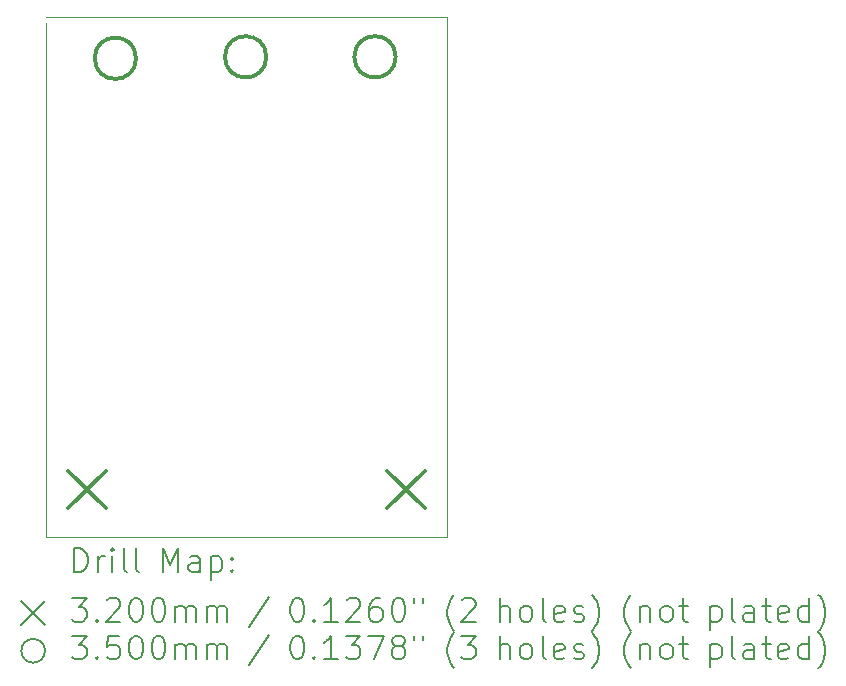
<source format=gbr>
%TF.GenerationSoftware,KiCad,Pcbnew,7.0.0-da2b9df05c~163~ubuntu20.04.1*%
%TF.CreationDate,2023-02-22T20:56:49-05:00*%
%TF.ProjectId,rgb_sw,7267625f-7377-42e6-9b69-6361645f7063,V1.0.0*%
%TF.SameCoordinates,Original*%
%TF.FileFunction,Drillmap*%
%TF.FilePolarity,Positive*%
%FSLAX45Y45*%
G04 Gerber Fmt 4.5, Leading zero omitted, Abs format (unit mm)*
G04 Created by KiCad (PCBNEW 7.0.0-da2b9df05c~163~ubuntu20.04.1) date 2023-02-22 20:56:49*
%MOMM*%
%LPD*%
G01*
G04 APERTURE LIST*
%ADD10C,0.100000*%
%ADD11C,0.200000*%
%ADD12C,0.320000*%
%ADD13C,0.350000*%
G04 APERTURE END LIST*
D10*
X13250000Y-11550000D02*
X13250000Y-7200000D01*
X16650000Y-11550000D02*
X13250000Y-11550000D01*
X16650000Y-7150000D02*
X16650000Y-11550000D01*
X13250000Y-7150000D02*
X16650000Y-7150000D01*
D11*
D12*
X13440000Y-10990000D02*
X13760000Y-11310000D01*
X13760000Y-10990000D02*
X13440000Y-11310000D01*
X16140000Y-10990000D02*
X16460000Y-11310000D01*
X16460000Y-10990000D02*
X16140000Y-11310000D01*
D13*
X14016000Y-7498000D02*
G75*
G03*
X14016000Y-7498000I-175000J0D01*
G01*
X15119000Y-7486000D02*
G75*
G03*
X15119000Y-7486000I-175000J0D01*
G01*
X16214000Y-7486000D02*
G75*
G03*
X16214000Y-7486000I-175000J0D01*
G01*
D11*
X13492619Y-11848476D02*
X13492619Y-11648476D01*
X13492619Y-11648476D02*
X13540238Y-11648476D01*
X13540238Y-11648476D02*
X13568809Y-11658000D01*
X13568809Y-11658000D02*
X13587857Y-11677048D01*
X13587857Y-11677048D02*
X13597381Y-11696095D01*
X13597381Y-11696095D02*
X13606905Y-11734190D01*
X13606905Y-11734190D02*
X13606905Y-11762762D01*
X13606905Y-11762762D02*
X13597381Y-11800857D01*
X13597381Y-11800857D02*
X13587857Y-11819905D01*
X13587857Y-11819905D02*
X13568809Y-11838952D01*
X13568809Y-11838952D02*
X13540238Y-11848476D01*
X13540238Y-11848476D02*
X13492619Y-11848476D01*
X13692619Y-11848476D02*
X13692619Y-11715143D01*
X13692619Y-11753238D02*
X13702143Y-11734190D01*
X13702143Y-11734190D02*
X13711667Y-11724667D01*
X13711667Y-11724667D02*
X13730714Y-11715143D01*
X13730714Y-11715143D02*
X13749762Y-11715143D01*
X13816428Y-11848476D02*
X13816428Y-11715143D01*
X13816428Y-11648476D02*
X13806905Y-11658000D01*
X13806905Y-11658000D02*
X13816428Y-11667524D01*
X13816428Y-11667524D02*
X13825952Y-11658000D01*
X13825952Y-11658000D02*
X13816428Y-11648476D01*
X13816428Y-11648476D02*
X13816428Y-11667524D01*
X13940238Y-11848476D02*
X13921190Y-11838952D01*
X13921190Y-11838952D02*
X13911667Y-11819905D01*
X13911667Y-11819905D02*
X13911667Y-11648476D01*
X14045000Y-11848476D02*
X14025952Y-11838952D01*
X14025952Y-11838952D02*
X14016428Y-11819905D01*
X14016428Y-11819905D02*
X14016428Y-11648476D01*
X14241190Y-11848476D02*
X14241190Y-11648476D01*
X14241190Y-11648476D02*
X14307857Y-11791333D01*
X14307857Y-11791333D02*
X14374524Y-11648476D01*
X14374524Y-11648476D02*
X14374524Y-11848476D01*
X14555476Y-11848476D02*
X14555476Y-11743714D01*
X14555476Y-11743714D02*
X14545952Y-11724667D01*
X14545952Y-11724667D02*
X14526905Y-11715143D01*
X14526905Y-11715143D02*
X14488809Y-11715143D01*
X14488809Y-11715143D02*
X14469762Y-11724667D01*
X14555476Y-11838952D02*
X14536428Y-11848476D01*
X14536428Y-11848476D02*
X14488809Y-11848476D01*
X14488809Y-11848476D02*
X14469762Y-11838952D01*
X14469762Y-11838952D02*
X14460238Y-11819905D01*
X14460238Y-11819905D02*
X14460238Y-11800857D01*
X14460238Y-11800857D02*
X14469762Y-11781809D01*
X14469762Y-11781809D02*
X14488809Y-11772286D01*
X14488809Y-11772286D02*
X14536428Y-11772286D01*
X14536428Y-11772286D02*
X14555476Y-11762762D01*
X14650714Y-11715143D02*
X14650714Y-11915143D01*
X14650714Y-11724667D02*
X14669762Y-11715143D01*
X14669762Y-11715143D02*
X14707857Y-11715143D01*
X14707857Y-11715143D02*
X14726905Y-11724667D01*
X14726905Y-11724667D02*
X14736428Y-11734190D01*
X14736428Y-11734190D02*
X14745952Y-11753238D01*
X14745952Y-11753238D02*
X14745952Y-11810381D01*
X14745952Y-11810381D02*
X14736428Y-11829428D01*
X14736428Y-11829428D02*
X14726905Y-11838952D01*
X14726905Y-11838952D02*
X14707857Y-11848476D01*
X14707857Y-11848476D02*
X14669762Y-11848476D01*
X14669762Y-11848476D02*
X14650714Y-11838952D01*
X14831667Y-11829428D02*
X14841190Y-11838952D01*
X14841190Y-11838952D02*
X14831667Y-11848476D01*
X14831667Y-11848476D02*
X14822143Y-11838952D01*
X14822143Y-11838952D02*
X14831667Y-11829428D01*
X14831667Y-11829428D02*
X14831667Y-11848476D01*
X14831667Y-11724667D02*
X14841190Y-11734190D01*
X14841190Y-11734190D02*
X14831667Y-11743714D01*
X14831667Y-11743714D02*
X14822143Y-11734190D01*
X14822143Y-11734190D02*
X14831667Y-11724667D01*
X14831667Y-11724667D02*
X14831667Y-11743714D01*
X13045000Y-12095000D02*
X13245000Y-12295000D01*
X13245000Y-12095000D02*
X13045000Y-12295000D01*
X13473571Y-12068476D02*
X13597381Y-12068476D01*
X13597381Y-12068476D02*
X13530714Y-12144667D01*
X13530714Y-12144667D02*
X13559286Y-12144667D01*
X13559286Y-12144667D02*
X13578333Y-12154190D01*
X13578333Y-12154190D02*
X13587857Y-12163714D01*
X13587857Y-12163714D02*
X13597381Y-12182762D01*
X13597381Y-12182762D02*
X13597381Y-12230381D01*
X13597381Y-12230381D02*
X13587857Y-12249428D01*
X13587857Y-12249428D02*
X13578333Y-12258952D01*
X13578333Y-12258952D02*
X13559286Y-12268476D01*
X13559286Y-12268476D02*
X13502143Y-12268476D01*
X13502143Y-12268476D02*
X13483095Y-12258952D01*
X13483095Y-12258952D02*
X13473571Y-12249428D01*
X13683095Y-12249428D02*
X13692619Y-12258952D01*
X13692619Y-12258952D02*
X13683095Y-12268476D01*
X13683095Y-12268476D02*
X13673571Y-12258952D01*
X13673571Y-12258952D02*
X13683095Y-12249428D01*
X13683095Y-12249428D02*
X13683095Y-12268476D01*
X13768809Y-12087524D02*
X13778333Y-12078000D01*
X13778333Y-12078000D02*
X13797381Y-12068476D01*
X13797381Y-12068476D02*
X13845000Y-12068476D01*
X13845000Y-12068476D02*
X13864048Y-12078000D01*
X13864048Y-12078000D02*
X13873571Y-12087524D01*
X13873571Y-12087524D02*
X13883095Y-12106571D01*
X13883095Y-12106571D02*
X13883095Y-12125619D01*
X13883095Y-12125619D02*
X13873571Y-12154190D01*
X13873571Y-12154190D02*
X13759286Y-12268476D01*
X13759286Y-12268476D02*
X13883095Y-12268476D01*
X14006905Y-12068476D02*
X14025952Y-12068476D01*
X14025952Y-12068476D02*
X14045000Y-12078000D01*
X14045000Y-12078000D02*
X14054524Y-12087524D01*
X14054524Y-12087524D02*
X14064048Y-12106571D01*
X14064048Y-12106571D02*
X14073571Y-12144667D01*
X14073571Y-12144667D02*
X14073571Y-12192286D01*
X14073571Y-12192286D02*
X14064048Y-12230381D01*
X14064048Y-12230381D02*
X14054524Y-12249428D01*
X14054524Y-12249428D02*
X14045000Y-12258952D01*
X14045000Y-12258952D02*
X14025952Y-12268476D01*
X14025952Y-12268476D02*
X14006905Y-12268476D01*
X14006905Y-12268476D02*
X13987857Y-12258952D01*
X13987857Y-12258952D02*
X13978333Y-12249428D01*
X13978333Y-12249428D02*
X13968809Y-12230381D01*
X13968809Y-12230381D02*
X13959286Y-12192286D01*
X13959286Y-12192286D02*
X13959286Y-12144667D01*
X13959286Y-12144667D02*
X13968809Y-12106571D01*
X13968809Y-12106571D02*
X13978333Y-12087524D01*
X13978333Y-12087524D02*
X13987857Y-12078000D01*
X13987857Y-12078000D02*
X14006905Y-12068476D01*
X14197381Y-12068476D02*
X14216429Y-12068476D01*
X14216429Y-12068476D02*
X14235476Y-12078000D01*
X14235476Y-12078000D02*
X14245000Y-12087524D01*
X14245000Y-12087524D02*
X14254524Y-12106571D01*
X14254524Y-12106571D02*
X14264048Y-12144667D01*
X14264048Y-12144667D02*
X14264048Y-12192286D01*
X14264048Y-12192286D02*
X14254524Y-12230381D01*
X14254524Y-12230381D02*
X14245000Y-12249428D01*
X14245000Y-12249428D02*
X14235476Y-12258952D01*
X14235476Y-12258952D02*
X14216429Y-12268476D01*
X14216429Y-12268476D02*
X14197381Y-12268476D01*
X14197381Y-12268476D02*
X14178333Y-12258952D01*
X14178333Y-12258952D02*
X14168809Y-12249428D01*
X14168809Y-12249428D02*
X14159286Y-12230381D01*
X14159286Y-12230381D02*
X14149762Y-12192286D01*
X14149762Y-12192286D02*
X14149762Y-12144667D01*
X14149762Y-12144667D02*
X14159286Y-12106571D01*
X14159286Y-12106571D02*
X14168809Y-12087524D01*
X14168809Y-12087524D02*
X14178333Y-12078000D01*
X14178333Y-12078000D02*
X14197381Y-12068476D01*
X14349762Y-12268476D02*
X14349762Y-12135143D01*
X14349762Y-12154190D02*
X14359286Y-12144667D01*
X14359286Y-12144667D02*
X14378333Y-12135143D01*
X14378333Y-12135143D02*
X14406905Y-12135143D01*
X14406905Y-12135143D02*
X14425952Y-12144667D01*
X14425952Y-12144667D02*
X14435476Y-12163714D01*
X14435476Y-12163714D02*
X14435476Y-12268476D01*
X14435476Y-12163714D02*
X14445000Y-12144667D01*
X14445000Y-12144667D02*
X14464048Y-12135143D01*
X14464048Y-12135143D02*
X14492619Y-12135143D01*
X14492619Y-12135143D02*
X14511667Y-12144667D01*
X14511667Y-12144667D02*
X14521190Y-12163714D01*
X14521190Y-12163714D02*
X14521190Y-12268476D01*
X14616429Y-12268476D02*
X14616429Y-12135143D01*
X14616429Y-12154190D02*
X14625952Y-12144667D01*
X14625952Y-12144667D02*
X14645000Y-12135143D01*
X14645000Y-12135143D02*
X14673571Y-12135143D01*
X14673571Y-12135143D02*
X14692619Y-12144667D01*
X14692619Y-12144667D02*
X14702143Y-12163714D01*
X14702143Y-12163714D02*
X14702143Y-12268476D01*
X14702143Y-12163714D02*
X14711667Y-12144667D01*
X14711667Y-12144667D02*
X14730714Y-12135143D01*
X14730714Y-12135143D02*
X14759286Y-12135143D01*
X14759286Y-12135143D02*
X14778333Y-12144667D01*
X14778333Y-12144667D02*
X14787857Y-12163714D01*
X14787857Y-12163714D02*
X14787857Y-12268476D01*
X15145952Y-12058952D02*
X14974524Y-12316095D01*
X15370714Y-12068476D02*
X15389762Y-12068476D01*
X15389762Y-12068476D02*
X15408810Y-12078000D01*
X15408810Y-12078000D02*
X15418333Y-12087524D01*
X15418333Y-12087524D02*
X15427857Y-12106571D01*
X15427857Y-12106571D02*
X15437381Y-12144667D01*
X15437381Y-12144667D02*
X15437381Y-12192286D01*
X15437381Y-12192286D02*
X15427857Y-12230381D01*
X15427857Y-12230381D02*
X15418333Y-12249428D01*
X15418333Y-12249428D02*
X15408810Y-12258952D01*
X15408810Y-12258952D02*
X15389762Y-12268476D01*
X15389762Y-12268476D02*
X15370714Y-12268476D01*
X15370714Y-12268476D02*
X15351667Y-12258952D01*
X15351667Y-12258952D02*
X15342143Y-12249428D01*
X15342143Y-12249428D02*
X15332619Y-12230381D01*
X15332619Y-12230381D02*
X15323095Y-12192286D01*
X15323095Y-12192286D02*
X15323095Y-12144667D01*
X15323095Y-12144667D02*
X15332619Y-12106571D01*
X15332619Y-12106571D02*
X15342143Y-12087524D01*
X15342143Y-12087524D02*
X15351667Y-12078000D01*
X15351667Y-12078000D02*
X15370714Y-12068476D01*
X15523095Y-12249428D02*
X15532619Y-12258952D01*
X15532619Y-12258952D02*
X15523095Y-12268476D01*
X15523095Y-12268476D02*
X15513571Y-12258952D01*
X15513571Y-12258952D02*
X15523095Y-12249428D01*
X15523095Y-12249428D02*
X15523095Y-12268476D01*
X15723095Y-12268476D02*
X15608810Y-12268476D01*
X15665952Y-12268476D02*
X15665952Y-12068476D01*
X15665952Y-12068476D02*
X15646905Y-12097048D01*
X15646905Y-12097048D02*
X15627857Y-12116095D01*
X15627857Y-12116095D02*
X15608810Y-12125619D01*
X15799286Y-12087524D02*
X15808810Y-12078000D01*
X15808810Y-12078000D02*
X15827857Y-12068476D01*
X15827857Y-12068476D02*
X15875476Y-12068476D01*
X15875476Y-12068476D02*
X15894524Y-12078000D01*
X15894524Y-12078000D02*
X15904048Y-12087524D01*
X15904048Y-12087524D02*
X15913571Y-12106571D01*
X15913571Y-12106571D02*
X15913571Y-12125619D01*
X15913571Y-12125619D02*
X15904048Y-12154190D01*
X15904048Y-12154190D02*
X15789762Y-12268476D01*
X15789762Y-12268476D02*
X15913571Y-12268476D01*
X16085000Y-12068476D02*
X16046905Y-12068476D01*
X16046905Y-12068476D02*
X16027857Y-12078000D01*
X16027857Y-12078000D02*
X16018333Y-12087524D01*
X16018333Y-12087524D02*
X15999286Y-12116095D01*
X15999286Y-12116095D02*
X15989762Y-12154190D01*
X15989762Y-12154190D02*
X15989762Y-12230381D01*
X15989762Y-12230381D02*
X15999286Y-12249428D01*
X15999286Y-12249428D02*
X16008810Y-12258952D01*
X16008810Y-12258952D02*
X16027857Y-12268476D01*
X16027857Y-12268476D02*
X16065952Y-12268476D01*
X16065952Y-12268476D02*
X16085000Y-12258952D01*
X16085000Y-12258952D02*
X16094524Y-12249428D01*
X16094524Y-12249428D02*
X16104048Y-12230381D01*
X16104048Y-12230381D02*
X16104048Y-12182762D01*
X16104048Y-12182762D02*
X16094524Y-12163714D01*
X16094524Y-12163714D02*
X16085000Y-12154190D01*
X16085000Y-12154190D02*
X16065952Y-12144667D01*
X16065952Y-12144667D02*
X16027857Y-12144667D01*
X16027857Y-12144667D02*
X16008810Y-12154190D01*
X16008810Y-12154190D02*
X15999286Y-12163714D01*
X15999286Y-12163714D02*
X15989762Y-12182762D01*
X16227857Y-12068476D02*
X16246905Y-12068476D01*
X16246905Y-12068476D02*
X16265952Y-12078000D01*
X16265952Y-12078000D02*
X16275476Y-12087524D01*
X16275476Y-12087524D02*
X16285000Y-12106571D01*
X16285000Y-12106571D02*
X16294524Y-12144667D01*
X16294524Y-12144667D02*
X16294524Y-12192286D01*
X16294524Y-12192286D02*
X16285000Y-12230381D01*
X16285000Y-12230381D02*
X16275476Y-12249428D01*
X16275476Y-12249428D02*
X16265952Y-12258952D01*
X16265952Y-12258952D02*
X16246905Y-12268476D01*
X16246905Y-12268476D02*
X16227857Y-12268476D01*
X16227857Y-12268476D02*
X16208810Y-12258952D01*
X16208810Y-12258952D02*
X16199286Y-12249428D01*
X16199286Y-12249428D02*
X16189762Y-12230381D01*
X16189762Y-12230381D02*
X16180238Y-12192286D01*
X16180238Y-12192286D02*
X16180238Y-12144667D01*
X16180238Y-12144667D02*
X16189762Y-12106571D01*
X16189762Y-12106571D02*
X16199286Y-12087524D01*
X16199286Y-12087524D02*
X16208810Y-12078000D01*
X16208810Y-12078000D02*
X16227857Y-12068476D01*
X16370714Y-12068476D02*
X16370714Y-12106571D01*
X16446905Y-12068476D02*
X16446905Y-12106571D01*
X16709762Y-12344667D02*
X16700238Y-12335143D01*
X16700238Y-12335143D02*
X16681191Y-12306571D01*
X16681191Y-12306571D02*
X16671667Y-12287524D01*
X16671667Y-12287524D02*
X16662143Y-12258952D01*
X16662143Y-12258952D02*
X16652619Y-12211333D01*
X16652619Y-12211333D02*
X16652619Y-12173238D01*
X16652619Y-12173238D02*
X16662143Y-12125619D01*
X16662143Y-12125619D02*
X16671667Y-12097048D01*
X16671667Y-12097048D02*
X16681191Y-12078000D01*
X16681191Y-12078000D02*
X16700238Y-12049428D01*
X16700238Y-12049428D02*
X16709762Y-12039905D01*
X16776429Y-12087524D02*
X16785953Y-12078000D01*
X16785953Y-12078000D02*
X16805000Y-12068476D01*
X16805000Y-12068476D02*
X16852619Y-12068476D01*
X16852619Y-12068476D02*
X16871667Y-12078000D01*
X16871667Y-12078000D02*
X16881191Y-12087524D01*
X16881191Y-12087524D02*
X16890714Y-12106571D01*
X16890714Y-12106571D02*
X16890714Y-12125619D01*
X16890714Y-12125619D02*
X16881191Y-12154190D01*
X16881191Y-12154190D02*
X16766905Y-12268476D01*
X16766905Y-12268476D02*
X16890714Y-12268476D01*
X17096429Y-12268476D02*
X17096429Y-12068476D01*
X17182143Y-12268476D02*
X17182143Y-12163714D01*
X17182143Y-12163714D02*
X17172619Y-12144667D01*
X17172619Y-12144667D02*
X17153572Y-12135143D01*
X17153572Y-12135143D02*
X17125000Y-12135143D01*
X17125000Y-12135143D02*
X17105953Y-12144667D01*
X17105953Y-12144667D02*
X17096429Y-12154190D01*
X17305953Y-12268476D02*
X17286905Y-12258952D01*
X17286905Y-12258952D02*
X17277381Y-12249428D01*
X17277381Y-12249428D02*
X17267857Y-12230381D01*
X17267857Y-12230381D02*
X17267857Y-12173238D01*
X17267857Y-12173238D02*
X17277381Y-12154190D01*
X17277381Y-12154190D02*
X17286905Y-12144667D01*
X17286905Y-12144667D02*
X17305953Y-12135143D01*
X17305953Y-12135143D02*
X17334524Y-12135143D01*
X17334524Y-12135143D02*
X17353572Y-12144667D01*
X17353572Y-12144667D02*
X17363095Y-12154190D01*
X17363095Y-12154190D02*
X17372619Y-12173238D01*
X17372619Y-12173238D02*
X17372619Y-12230381D01*
X17372619Y-12230381D02*
X17363095Y-12249428D01*
X17363095Y-12249428D02*
X17353572Y-12258952D01*
X17353572Y-12258952D02*
X17334524Y-12268476D01*
X17334524Y-12268476D02*
X17305953Y-12268476D01*
X17486905Y-12268476D02*
X17467857Y-12258952D01*
X17467857Y-12258952D02*
X17458334Y-12239905D01*
X17458334Y-12239905D02*
X17458334Y-12068476D01*
X17639286Y-12258952D02*
X17620238Y-12268476D01*
X17620238Y-12268476D02*
X17582143Y-12268476D01*
X17582143Y-12268476D02*
X17563095Y-12258952D01*
X17563095Y-12258952D02*
X17553572Y-12239905D01*
X17553572Y-12239905D02*
X17553572Y-12163714D01*
X17553572Y-12163714D02*
X17563095Y-12144667D01*
X17563095Y-12144667D02*
X17582143Y-12135143D01*
X17582143Y-12135143D02*
X17620238Y-12135143D01*
X17620238Y-12135143D02*
X17639286Y-12144667D01*
X17639286Y-12144667D02*
X17648810Y-12163714D01*
X17648810Y-12163714D02*
X17648810Y-12182762D01*
X17648810Y-12182762D02*
X17553572Y-12201809D01*
X17725000Y-12258952D02*
X17744048Y-12268476D01*
X17744048Y-12268476D02*
X17782143Y-12268476D01*
X17782143Y-12268476D02*
X17801191Y-12258952D01*
X17801191Y-12258952D02*
X17810715Y-12239905D01*
X17810715Y-12239905D02*
X17810715Y-12230381D01*
X17810715Y-12230381D02*
X17801191Y-12211333D01*
X17801191Y-12211333D02*
X17782143Y-12201809D01*
X17782143Y-12201809D02*
X17753572Y-12201809D01*
X17753572Y-12201809D02*
X17734524Y-12192286D01*
X17734524Y-12192286D02*
X17725000Y-12173238D01*
X17725000Y-12173238D02*
X17725000Y-12163714D01*
X17725000Y-12163714D02*
X17734524Y-12144667D01*
X17734524Y-12144667D02*
X17753572Y-12135143D01*
X17753572Y-12135143D02*
X17782143Y-12135143D01*
X17782143Y-12135143D02*
X17801191Y-12144667D01*
X17877381Y-12344667D02*
X17886905Y-12335143D01*
X17886905Y-12335143D02*
X17905953Y-12306571D01*
X17905953Y-12306571D02*
X17915476Y-12287524D01*
X17915476Y-12287524D02*
X17925000Y-12258952D01*
X17925000Y-12258952D02*
X17934524Y-12211333D01*
X17934524Y-12211333D02*
X17934524Y-12173238D01*
X17934524Y-12173238D02*
X17925000Y-12125619D01*
X17925000Y-12125619D02*
X17915476Y-12097048D01*
X17915476Y-12097048D02*
X17905953Y-12078000D01*
X17905953Y-12078000D02*
X17886905Y-12049428D01*
X17886905Y-12049428D02*
X17877381Y-12039905D01*
X18206905Y-12344667D02*
X18197381Y-12335143D01*
X18197381Y-12335143D02*
X18178334Y-12306571D01*
X18178334Y-12306571D02*
X18168810Y-12287524D01*
X18168810Y-12287524D02*
X18159286Y-12258952D01*
X18159286Y-12258952D02*
X18149762Y-12211333D01*
X18149762Y-12211333D02*
X18149762Y-12173238D01*
X18149762Y-12173238D02*
X18159286Y-12125619D01*
X18159286Y-12125619D02*
X18168810Y-12097048D01*
X18168810Y-12097048D02*
X18178334Y-12078000D01*
X18178334Y-12078000D02*
X18197381Y-12049428D01*
X18197381Y-12049428D02*
X18206905Y-12039905D01*
X18283095Y-12135143D02*
X18283095Y-12268476D01*
X18283095Y-12154190D02*
X18292619Y-12144667D01*
X18292619Y-12144667D02*
X18311667Y-12135143D01*
X18311667Y-12135143D02*
X18340238Y-12135143D01*
X18340238Y-12135143D02*
X18359286Y-12144667D01*
X18359286Y-12144667D02*
X18368810Y-12163714D01*
X18368810Y-12163714D02*
X18368810Y-12268476D01*
X18492619Y-12268476D02*
X18473572Y-12258952D01*
X18473572Y-12258952D02*
X18464048Y-12249428D01*
X18464048Y-12249428D02*
X18454524Y-12230381D01*
X18454524Y-12230381D02*
X18454524Y-12173238D01*
X18454524Y-12173238D02*
X18464048Y-12154190D01*
X18464048Y-12154190D02*
X18473572Y-12144667D01*
X18473572Y-12144667D02*
X18492619Y-12135143D01*
X18492619Y-12135143D02*
X18521191Y-12135143D01*
X18521191Y-12135143D02*
X18540238Y-12144667D01*
X18540238Y-12144667D02*
X18549762Y-12154190D01*
X18549762Y-12154190D02*
X18559286Y-12173238D01*
X18559286Y-12173238D02*
X18559286Y-12230381D01*
X18559286Y-12230381D02*
X18549762Y-12249428D01*
X18549762Y-12249428D02*
X18540238Y-12258952D01*
X18540238Y-12258952D02*
X18521191Y-12268476D01*
X18521191Y-12268476D02*
X18492619Y-12268476D01*
X18616429Y-12135143D02*
X18692619Y-12135143D01*
X18645000Y-12068476D02*
X18645000Y-12239905D01*
X18645000Y-12239905D02*
X18654524Y-12258952D01*
X18654524Y-12258952D02*
X18673572Y-12268476D01*
X18673572Y-12268476D02*
X18692619Y-12268476D01*
X18879286Y-12135143D02*
X18879286Y-12335143D01*
X18879286Y-12144667D02*
X18898334Y-12135143D01*
X18898334Y-12135143D02*
X18936429Y-12135143D01*
X18936429Y-12135143D02*
X18955476Y-12144667D01*
X18955476Y-12144667D02*
X18965000Y-12154190D01*
X18965000Y-12154190D02*
X18974524Y-12173238D01*
X18974524Y-12173238D02*
X18974524Y-12230381D01*
X18974524Y-12230381D02*
X18965000Y-12249428D01*
X18965000Y-12249428D02*
X18955476Y-12258952D01*
X18955476Y-12258952D02*
X18936429Y-12268476D01*
X18936429Y-12268476D02*
X18898334Y-12268476D01*
X18898334Y-12268476D02*
X18879286Y-12258952D01*
X19088810Y-12268476D02*
X19069762Y-12258952D01*
X19069762Y-12258952D02*
X19060238Y-12239905D01*
X19060238Y-12239905D02*
X19060238Y-12068476D01*
X19250715Y-12268476D02*
X19250715Y-12163714D01*
X19250715Y-12163714D02*
X19241191Y-12144667D01*
X19241191Y-12144667D02*
X19222143Y-12135143D01*
X19222143Y-12135143D02*
X19184048Y-12135143D01*
X19184048Y-12135143D02*
X19165000Y-12144667D01*
X19250715Y-12258952D02*
X19231667Y-12268476D01*
X19231667Y-12268476D02*
X19184048Y-12268476D01*
X19184048Y-12268476D02*
X19165000Y-12258952D01*
X19165000Y-12258952D02*
X19155476Y-12239905D01*
X19155476Y-12239905D02*
X19155476Y-12220857D01*
X19155476Y-12220857D02*
X19165000Y-12201809D01*
X19165000Y-12201809D02*
X19184048Y-12192286D01*
X19184048Y-12192286D02*
X19231667Y-12192286D01*
X19231667Y-12192286D02*
X19250715Y-12182762D01*
X19317381Y-12135143D02*
X19393572Y-12135143D01*
X19345953Y-12068476D02*
X19345953Y-12239905D01*
X19345953Y-12239905D02*
X19355476Y-12258952D01*
X19355476Y-12258952D02*
X19374524Y-12268476D01*
X19374524Y-12268476D02*
X19393572Y-12268476D01*
X19536429Y-12258952D02*
X19517381Y-12268476D01*
X19517381Y-12268476D02*
X19479286Y-12268476D01*
X19479286Y-12268476D02*
X19460238Y-12258952D01*
X19460238Y-12258952D02*
X19450715Y-12239905D01*
X19450715Y-12239905D02*
X19450715Y-12163714D01*
X19450715Y-12163714D02*
X19460238Y-12144667D01*
X19460238Y-12144667D02*
X19479286Y-12135143D01*
X19479286Y-12135143D02*
X19517381Y-12135143D01*
X19517381Y-12135143D02*
X19536429Y-12144667D01*
X19536429Y-12144667D02*
X19545953Y-12163714D01*
X19545953Y-12163714D02*
X19545953Y-12182762D01*
X19545953Y-12182762D02*
X19450715Y-12201809D01*
X19717381Y-12268476D02*
X19717381Y-12068476D01*
X19717381Y-12258952D02*
X19698334Y-12268476D01*
X19698334Y-12268476D02*
X19660238Y-12268476D01*
X19660238Y-12268476D02*
X19641191Y-12258952D01*
X19641191Y-12258952D02*
X19631667Y-12249428D01*
X19631667Y-12249428D02*
X19622143Y-12230381D01*
X19622143Y-12230381D02*
X19622143Y-12173238D01*
X19622143Y-12173238D02*
X19631667Y-12154190D01*
X19631667Y-12154190D02*
X19641191Y-12144667D01*
X19641191Y-12144667D02*
X19660238Y-12135143D01*
X19660238Y-12135143D02*
X19698334Y-12135143D01*
X19698334Y-12135143D02*
X19717381Y-12144667D01*
X19793572Y-12344667D02*
X19803096Y-12335143D01*
X19803096Y-12335143D02*
X19822143Y-12306571D01*
X19822143Y-12306571D02*
X19831667Y-12287524D01*
X19831667Y-12287524D02*
X19841191Y-12258952D01*
X19841191Y-12258952D02*
X19850715Y-12211333D01*
X19850715Y-12211333D02*
X19850715Y-12173238D01*
X19850715Y-12173238D02*
X19841191Y-12125619D01*
X19841191Y-12125619D02*
X19831667Y-12097048D01*
X19831667Y-12097048D02*
X19822143Y-12078000D01*
X19822143Y-12078000D02*
X19803096Y-12049428D01*
X19803096Y-12049428D02*
X19793572Y-12039905D01*
X13245000Y-12515000D02*
G75*
G03*
X13245000Y-12515000I-100000J0D01*
G01*
X13473571Y-12388476D02*
X13597381Y-12388476D01*
X13597381Y-12388476D02*
X13530714Y-12464667D01*
X13530714Y-12464667D02*
X13559286Y-12464667D01*
X13559286Y-12464667D02*
X13578333Y-12474190D01*
X13578333Y-12474190D02*
X13587857Y-12483714D01*
X13587857Y-12483714D02*
X13597381Y-12502762D01*
X13597381Y-12502762D02*
X13597381Y-12550381D01*
X13597381Y-12550381D02*
X13587857Y-12569428D01*
X13587857Y-12569428D02*
X13578333Y-12578952D01*
X13578333Y-12578952D02*
X13559286Y-12588476D01*
X13559286Y-12588476D02*
X13502143Y-12588476D01*
X13502143Y-12588476D02*
X13483095Y-12578952D01*
X13483095Y-12578952D02*
X13473571Y-12569428D01*
X13683095Y-12569428D02*
X13692619Y-12578952D01*
X13692619Y-12578952D02*
X13683095Y-12588476D01*
X13683095Y-12588476D02*
X13673571Y-12578952D01*
X13673571Y-12578952D02*
X13683095Y-12569428D01*
X13683095Y-12569428D02*
X13683095Y-12588476D01*
X13873571Y-12388476D02*
X13778333Y-12388476D01*
X13778333Y-12388476D02*
X13768809Y-12483714D01*
X13768809Y-12483714D02*
X13778333Y-12474190D01*
X13778333Y-12474190D02*
X13797381Y-12464667D01*
X13797381Y-12464667D02*
X13845000Y-12464667D01*
X13845000Y-12464667D02*
X13864048Y-12474190D01*
X13864048Y-12474190D02*
X13873571Y-12483714D01*
X13873571Y-12483714D02*
X13883095Y-12502762D01*
X13883095Y-12502762D02*
X13883095Y-12550381D01*
X13883095Y-12550381D02*
X13873571Y-12569428D01*
X13873571Y-12569428D02*
X13864048Y-12578952D01*
X13864048Y-12578952D02*
X13845000Y-12588476D01*
X13845000Y-12588476D02*
X13797381Y-12588476D01*
X13797381Y-12588476D02*
X13778333Y-12578952D01*
X13778333Y-12578952D02*
X13768809Y-12569428D01*
X14006905Y-12388476D02*
X14025952Y-12388476D01*
X14025952Y-12388476D02*
X14045000Y-12398000D01*
X14045000Y-12398000D02*
X14054524Y-12407524D01*
X14054524Y-12407524D02*
X14064048Y-12426571D01*
X14064048Y-12426571D02*
X14073571Y-12464667D01*
X14073571Y-12464667D02*
X14073571Y-12512286D01*
X14073571Y-12512286D02*
X14064048Y-12550381D01*
X14064048Y-12550381D02*
X14054524Y-12569428D01*
X14054524Y-12569428D02*
X14045000Y-12578952D01*
X14045000Y-12578952D02*
X14025952Y-12588476D01*
X14025952Y-12588476D02*
X14006905Y-12588476D01*
X14006905Y-12588476D02*
X13987857Y-12578952D01*
X13987857Y-12578952D02*
X13978333Y-12569428D01*
X13978333Y-12569428D02*
X13968809Y-12550381D01*
X13968809Y-12550381D02*
X13959286Y-12512286D01*
X13959286Y-12512286D02*
X13959286Y-12464667D01*
X13959286Y-12464667D02*
X13968809Y-12426571D01*
X13968809Y-12426571D02*
X13978333Y-12407524D01*
X13978333Y-12407524D02*
X13987857Y-12398000D01*
X13987857Y-12398000D02*
X14006905Y-12388476D01*
X14197381Y-12388476D02*
X14216429Y-12388476D01*
X14216429Y-12388476D02*
X14235476Y-12398000D01*
X14235476Y-12398000D02*
X14245000Y-12407524D01*
X14245000Y-12407524D02*
X14254524Y-12426571D01*
X14254524Y-12426571D02*
X14264048Y-12464667D01*
X14264048Y-12464667D02*
X14264048Y-12512286D01*
X14264048Y-12512286D02*
X14254524Y-12550381D01*
X14254524Y-12550381D02*
X14245000Y-12569428D01*
X14245000Y-12569428D02*
X14235476Y-12578952D01*
X14235476Y-12578952D02*
X14216429Y-12588476D01*
X14216429Y-12588476D02*
X14197381Y-12588476D01*
X14197381Y-12588476D02*
X14178333Y-12578952D01*
X14178333Y-12578952D02*
X14168809Y-12569428D01*
X14168809Y-12569428D02*
X14159286Y-12550381D01*
X14159286Y-12550381D02*
X14149762Y-12512286D01*
X14149762Y-12512286D02*
X14149762Y-12464667D01*
X14149762Y-12464667D02*
X14159286Y-12426571D01*
X14159286Y-12426571D02*
X14168809Y-12407524D01*
X14168809Y-12407524D02*
X14178333Y-12398000D01*
X14178333Y-12398000D02*
X14197381Y-12388476D01*
X14349762Y-12588476D02*
X14349762Y-12455143D01*
X14349762Y-12474190D02*
X14359286Y-12464667D01*
X14359286Y-12464667D02*
X14378333Y-12455143D01*
X14378333Y-12455143D02*
X14406905Y-12455143D01*
X14406905Y-12455143D02*
X14425952Y-12464667D01*
X14425952Y-12464667D02*
X14435476Y-12483714D01*
X14435476Y-12483714D02*
X14435476Y-12588476D01*
X14435476Y-12483714D02*
X14445000Y-12464667D01*
X14445000Y-12464667D02*
X14464048Y-12455143D01*
X14464048Y-12455143D02*
X14492619Y-12455143D01*
X14492619Y-12455143D02*
X14511667Y-12464667D01*
X14511667Y-12464667D02*
X14521190Y-12483714D01*
X14521190Y-12483714D02*
X14521190Y-12588476D01*
X14616429Y-12588476D02*
X14616429Y-12455143D01*
X14616429Y-12474190D02*
X14625952Y-12464667D01*
X14625952Y-12464667D02*
X14645000Y-12455143D01*
X14645000Y-12455143D02*
X14673571Y-12455143D01*
X14673571Y-12455143D02*
X14692619Y-12464667D01*
X14692619Y-12464667D02*
X14702143Y-12483714D01*
X14702143Y-12483714D02*
X14702143Y-12588476D01*
X14702143Y-12483714D02*
X14711667Y-12464667D01*
X14711667Y-12464667D02*
X14730714Y-12455143D01*
X14730714Y-12455143D02*
X14759286Y-12455143D01*
X14759286Y-12455143D02*
X14778333Y-12464667D01*
X14778333Y-12464667D02*
X14787857Y-12483714D01*
X14787857Y-12483714D02*
X14787857Y-12588476D01*
X15145952Y-12378952D02*
X14974524Y-12636095D01*
X15370714Y-12388476D02*
X15389762Y-12388476D01*
X15389762Y-12388476D02*
X15408810Y-12398000D01*
X15408810Y-12398000D02*
X15418333Y-12407524D01*
X15418333Y-12407524D02*
X15427857Y-12426571D01*
X15427857Y-12426571D02*
X15437381Y-12464667D01*
X15437381Y-12464667D02*
X15437381Y-12512286D01*
X15437381Y-12512286D02*
X15427857Y-12550381D01*
X15427857Y-12550381D02*
X15418333Y-12569428D01*
X15418333Y-12569428D02*
X15408810Y-12578952D01*
X15408810Y-12578952D02*
X15389762Y-12588476D01*
X15389762Y-12588476D02*
X15370714Y-12588476D01*
X15370714Y-12588476D02*
X15351667Y-12578952D01*
X15351667Y-12578952D02*
X15342143Y-12569428D01*
X15342143Y-12569428D02*
X15332619Y-12550381D01*
X15332619Y-12550381D02*
X15323095Y-12512286D01*
X15323095Y-12512286D02*
X15323095Y-12464667D01*
X15323095Y-12464667D02*
X15332619Y-12426571D01*
X15332619Y-12426571D02*
X15342143Y-12407524D01*
X15342143Y-12407524D02*
X15351667Y-12398000D01*
X15351667Y-12398000D02*
X15370714Y-12388476D01*
X15523095Y-12569428D02*
X15532619Y-12578952D01*
X15532619Y-12578952D02*
X15523095Y-12588476D01*
X15523095Y-12588476D02*
X15513571Y-12578952D01*
X15513571Y-12578952D02*
X15523095Y-12569428D01*
X15523095Y-12569428D02*
X15523095Y-12588476D01*
X15723095Y-12588476D02*
X15608810Y-12588476D01*
X15665952Y-12588476D02*
X15665952Y-12388476D01*
X15665952Y-12388476D02*
X15646905Y-12417048D01*
X15646905Y-12417048D02*
X15627857Y-12436095D01*
X15627857Y-12436095D02*
X15608810Y-12445619D01*
X15789762Y-12388476D02*
X15913571Y-12388476D01*
X15913571Y-12388476D02*
X15846905Y-12464667D01*
X15846905Y-12464667D02*
X15875476Y-12464667D01*
X15875476Y-12464667D02*
X15894524Y-12474190D01*
X15894524Y-12474190D02*
X15904048Y-12483714D01*
X15904048Y-12483714D02*
X15913571Y-12502762D01*
X15913571Y-12502762D02*
X15913571Y-12550381D01*
X15913571Y-12550381D02*
X15904048Y-12569428D01*
X15904048Y-12569428D02*
X15894524Y-12578952D01*
X15894524Y-12578952D02*
X15875476Y-12588476D01*
X15875476Y-12588476D02*
X15818333Y-12588476D01*
X15818333Y-12588476D02*
X15799286Y-12578952D01*
X15799286Y-12578952D02*
X15789762Y-12569428D01*
X15980238Y-12388476D02*
X16113571Y-12388476D01*
X16113571Y-12388476D02*
X16027857Y-12588476D01*
X16218333Y-12474190D02*
X16199286Y-12464667D01*
X16199286Y-12464667D02*
X16189762Y-12455143D01*
X16189762Y-12455143D02*
X16180238Y-12436095D01*
X16180238Y-12436095D02*
X16180238Y-12426571D01*
X16180238Y-12426571D02*
X16189762Y-12407524D01*
X16189762Y-12407524D02*
X16199286Y-12398000D01*
X16199286Y-12398000D02*
X16218333Y-12388476D01*
X16218333Y-12388476D02*
X16256429Y-12388476D01*
X16256429Y-12388476D02*
X16275476Y-12398000D01*
X16275476Y-12398000D02*
X16285000Y-12407524D01*
X16285000Y-12407524D02*
X16294524Y-12426571D01*
X16294524Y-12426571D02*
X16294524Y-12436095D01*
X16294524Y-12436095D02*
X16285000Y-12455143D01*
X16285000Y-12455143D02*
X16275476Y-12464667D01*
X16275476Y-12464667D02*
X16256429Y-12474190D01*
X16256429Y-12474190D02*
X16218333Y-12474190D01*
X16218333Y-12474190D02*
X16199286Y-12483714D01*
X16199286Y-12483714D02*
X16189762Y-12493238D01*
X16189762Y-12493238D02*
X16180238Y-12512286D01*
X16180238Y-12512286D02*
X16180238Y-12550381D01*
X16180238Y-12550381D02*
X16189762Y-12569428D01*
X16189762Y-12569428D02*
X16199286Y-12578952D01*
X16199286Y-12578952D02*
X16218333Y-12588476D01*
X16218333Y-12588476D02*
X16256429Y-12588476D01*
X16256429Y-12588476D02*
X16275476Y-12578952D01*
X16275476Y-12578952D02*
X16285000Y-12569428D01*
X16285000Y-12569428D02*
X16294524Y-12550381D01*
X16294524Y-12550381D02*
X16294524Y-12512286D01*
X16294524Y-12512286D02*
X16285000Y-12493238D01*
X16285000Y-12493238D02*
X16275476Y-12483714D01*
X16275476Y-12483714D02*
X16256429Y-12474190D01*
X16370714Y-12388476D02*
X16370714Y-12426571D01*
X16446905Y-12388476D02*
X16446905Y-12426571D01*
X16709762Y-12664667D02*
X16700238Y-12655143D01*
X16700238Y-12655143D02*
X16681191Y-12626571D01*
X16681191Y-12626571D02*
X16671667Y-12607524D01*
X16671667Y-12607524D02*
X16662143Y-12578952D01*
X16662143Y-12578952D02*
X16652619Y-12531333D01*
X16652619Y-12531333D02*
X16652619Y-12493238D01*
X16652619Y-12493238D02*
X16662143Y-12445619D01*
X16662143Y-12445619D02*
X16671667Y-12417048D01*
X16671667Y-12417048D02*
X16681191Y-12398000D01*
X16681191Y-12398000D02*
X16700238Y-12369428D01*
X16700238Y-12369428D02*
X16709762Y-12359905D01*
X16766905Y-12388476D02*
X16890714Y-12388476D01*
X16890714Y-12388476D02*
X16824048Y-12464667D01*
X16824048Y-12464667D02*
X16852619Y-12464667D01*
X16852619Y-12464667D02*
X16871667Y-12474190D01*
X16871667Y-12474190D02*
X16881191Y-12483714D01*
X16881191Y-12483714D02*
X16890714Y-12502762D01*
X16890714Y-12502762D02*
X16890714Y-12550381D01*
X16890714Y-12550381D02*
X16881191Y-12569428D01*
X16881191Y-12569428D02*
X16871667Y-12578952D01*
X16871667Y-12578952D02*
X16852619Y-12588476D01*
X16852619Y-12588476D02*
X16795476Y-12588476D01*
X16795476Y-12588476D02*
X16776429Y-12578952D01*
X16776429Y-12578952D02*
X16766905Y-12569428D01*
X17096429Y-12588476D02*
X17096429Y-12388476D01*
X17182143Y-12588476D02*
X17182143Y-12483714D01*
X17182143Y-12483714D02*
X17172619Y-12464667D01*
X17172619Y-12464667D02*
X17153572Y-12455143D01*
X17153572Y-12455143D02*
X17125000Y-12455143D01*
X17125000Y-12455143D02*
X17105953Y-12464667D01*
X17105953Y-12464667D02*
X17096429Y-12474190D01*
X17305953Y-12588476D02*
X17286905Y-12578952D01*
X17286905Y-12578952D02*
X17277381Y-12569428D01*
X17277381Y-12569428D02*
X17267857Y-12550381D01*
X17267857Y-12550381D02*
X17267857Y-12493238D01*
X17267857Y-12493238D02*
X17277381Y-12474190D01*
X17277381Y-12474190D02*
X17286905Y-12464667D01*
X17286905Y-12464667D02*
X17305953Y-12455143D01*
X17305953Y-12455143D02*
X17334524Y-12455143D01*
X17334524Y-12455143D02*
X17353572Y-12464667D01*
X17353572Y-12464667D02*
X17363095Y-12474190D01*
X17363095Y-12474190D02*
X17372619Y-12493238D01*
X17372619Y-12493238D02*
X17372619Y-12550381D01*
X17372619Y-12550381D02*
X17363095Y-12569428D01*
X17363095Y-12569428D02*
X17353572Y-12578952D01*
X17353572Y-12578952D02*
X17334524Y-12588476D01*
X17334524Y-12588476D02*
X17305953Y-12588476D01*
X17486905Y-12588476D02*
X17467857Y-12578952D01*
X17467857Y-12578952D02*
X17458334Y-12559905D01*
X17458334Y-12559905D02*
X17458334Y-12388476D01*
X17639286Y-12578952D02*
X17620238Y-12588476D01*
X17620238Y-12588476D02*
X17582143Y-12588476D01*
X17582143Y-12588476D02*
X17563095Y-12578952D01*
X17563095Y-12578952D02*
X17553572Y-12559905D01*
X17553572Y-12559905D02*
X17553572Y-12483714D01*
X17553572Y-12483714D02*
X17563095Y-12464667D01*
X17563095Y-12464667D02*
X17582143Y-12455143D01*
X17582143Y-12455143D02*
X17620238Y-12455143D01*
X17620238Y-12455143D02*
X17639286Y-12464667D01*
X17639286Y-12464667D02*
X17648810Y-12483714D01*
X17648810Y-12483714D02*
X17648810Y-12502762D01*
X17648810Y-12502762D02*
X17553572Y-12521809D01*
X17725000Y-12578952D02*
X17744048Y-12588476D01*
X17744048Y-12588476D02*
X17782143Y-12588476D01*
X17782143Y-12588476D02*
X17801191Y-12578952D01*
X17801191Y-12578952D02*
X17810715Y-12559905D01*
X17810715Y-12559905D02*
X17810715Y-12550381D01*
X17810715Y-12550381D02*
X17801191Y-12531333D01*
X17801191Y-12531333D02*
X17782143Y-12521809D01*
X17782143Y-12521809D02*
X17753572Y-12521809D01*
X17753572Y-12521809D02*
X17734524Y-12512286D01*
X17734524Y-12512286D02*
X17725000Y-12493238D01*
X17725000Y-12493238D02*
X17725000Y-12483714D01*
X17725000Y-12483714D02*
X17734524Y-12464667D01*
X17734524Y-12464667D02*
X17753572Y-12455143D01*
X17753572Y-12455143D02*
X17782143Y-12455143D01*
X17782143Y-12455143D02*
X17801191Y-12464667D01*
X17877381Y-12664667D02*
X17886905Y-12655143D01*
X17886905Y-12655143D02*
X17905953Y-12626571D01*
X17905953Y-12626571D02*
X17915476Y-12607524D01*
X17915476Y-12607524D02*
X17925000Y-12578952D01*
X17925000Y-12578952D02*
X17934524Y-12531333D01*
X17934524Y-12531333D02*
X17934524Y-12493238D01*
X17934524Y-12493238D02*
X17925000Y-12445619D01*
X17925000Y-12445619D02*
X17915476Y-12417048D01*
X17915476Y-12417048D02*
X17905953Y-12398000D01*
X17905953Y-12398000D02*
X17886905Y-12369428D01*
X17886905Y-12369428D02*
X17877381Y-12359905D01*
X18206905Y-12664667D02*
X18197381Y-12655143D01*
X18197381Y-12655143D02*
X18178334Y-12626571D01*
X18178334Y-12626571D02*
X18168810Y-12607524D01*
X18168810Y-12607524D02*
X18159286Y-12578952D01*
X18159286Y-12578952D02*
X18149762Y-12531333D01*
X18149762Y-12531333D02*
X18149762Y-12493238D01*
X18149762Y-12493238D02*
X18159286Y-12445619D01*
X18159286Y-12445619D02*
X18168810Y-12417048D01*
X18168810Y-12417048D02*
X18178334Y-12398000D01*
X18178334Y-12398000D02*
X18197381Y-12369428D01*
X18197381Y-12369428D02*
X18206905Y-12359905D01*
X18283095Y-12455143D02*
X18283095Y-12588476D01*
X18283095Y-12474190D02*
X18292619Y-12464667D01*
X18292619Y-12464667D02*
X18311667Y-12455143D01*
X18311667Y-12455143D02*
X18340238Y-12455143D01*
X18340238Y-12455143D02*
X18359286Y-12464667D01*
X18359286Y-12464667D02*
X18368810Y-12483714D01*
X18368810Y-12483714D02*
X18368810Y-12588476D01*
X18492619Y-12588476D02*
X18473572Y-12578952D01*
X18473572Y-12578952D02*
X18464048Y-12569428D01*
X18464048Y-12569428D02*
X18454524Y-12550381D01*
X18454524Y-12550381D02*
X18454524Y-12493238D01*
X18454524Y-12493238D02*
X18464048Y-12474190D01*
X18464048Y-12474190D02*
X18473572Y-12464667D01*
X18473572Y-12464667D02*
X18492619Y-12455143D01*
X18492619Y-12455143D02*
X18521191Y-12455143D01*
X18521191Y-12455143D02*
X18540238Y-12464667D01*
X18540238Y-12464667D02*
X18549762Y-12474190D01*
X18549762Y-12474190D02*
X18559286Y-12493238D01*
X18559286Y-12493238D02*
X18559286Y-12550381D01*
X18559286Y-12550381D02*
X18549762Y-12569428D01*
X18549762Y-12569428D02*
X18540238Y-12578952D01*
X18540238Y-12578952D02*
X18521191Y-12588476D01*
X18521191Y-12588476D02*
X18492619Y-12588476D01*
X18616429Y-12455143D02*
X18692619Y-12455143D01*
X18645000Y-12388476D02*
X18645000Y-12559905D01*
X18645000Y-12559905D02*
X18654524Y-12578952D01*
X18654524Y-12578952D02*
X18673572Y-12588476D01*
X18673572Y-12588476D02*
X18692619Y-12588476D01*
X18879286Y-12455143D02*
X18879286Y-12655143D01*
X18879286Y-12464667D02*
X18898334Y-12455143D01*
X18898334Y-12455143D02*
X18936429Y-12455143D01*
X18936429Y-12455143D02*
X18955476Y-12464667D01*
X18955476Y-12464667D02*
X18965000Y-12474190D01*
X18965000Y-12474190D02*
X18974524Y-12493238D01*
X18974524Y-12493238D02*
X18974524Y-12550381D01*
X18974524Y-12550381D02*
X18965000Y-12569428D01*
X18965000Y-12569428D02*
X18955476Y-12578952D01*
X18955476Y-12578952D02*
X18936429Y-12588476D01*
X18936429Y-12588476D02*
X18898334Y-12588476D01*
X18898334Y-12588476D02*
X18879286Y-12578952D01*
X19088810Y-12588476D02*
X19069762Y-12578952D01*
X19069762Y-12578952D02*
X19060238Y-12559905D01*
X19060238Y-12559905D02*
X19060238Y-12388476D01*
X19250715Y-12588476D02*
X19250715Y-12483714D01*
X19250715Y-12483714D02*
X19241191Y-12464667D01*
X19241191Y-12464667D02*
X19222143Y-12455143D01*
X19222143Y-12455143D02*
X19184048Y-12455143D01*
X19184048Y-12455143D02*
X19165000Y-12464667D01*
X19250715Y-12578952D02*
X19231667Y-12588476D01*
X19231667Y-12588476D02*
X19184048Y-12588476D01*
X19184048Y-12588476D02*
X19165000Y-12578952D01*
X19165000Y-12578952D02*
X19155476Y-12559905D01*
X19155476Y-12559905D02*
X19155476Y-12540857D01*
X19155476Y-12540857D02*
X19165000Y-12521809D01*
X19165000Y-12521809D02*
X19184048Y-12512286D01*
X19184048Y-12512286D02*
X19231667Y-12512286D01*
X19231667Y-12512286D02*
X19250715Y-12502762D01*
X19317381Y-12455143D02*
X19393572Y-12455143D01*
X19345953Y-12388476D02*
X19345953Y-12559905D01*
X19345953Y-12559905D02*
X19355476Y-12578952D01*
X19355476Y-12578952D02*
X19374524Y-12588476D01*
X19374524Y-12588476D02*
X19393572Y-12588476D01*
X19536429Y-12578952D02*
X19517381Y-12588476D01*
X19517381Y-12588476D02*
X19479286Y-12588476D01*
X19479286Y-12588476D02*
X19460238Y-12578952D01*
X19460238Y-12578952D02*
X19450715Y-12559905D01*
X19450715Y-12559905D02*
X19450715Y-12483714D01*
X19450715Y-12483714D02*
X19460238Y-12464667D01*
X19460238Y-12464667D02*
X19479286Y-12455143D01*
X19479286Y-12455143D02*
X19517381Y-12455143D01*
X19517381Y-12455143D02*
X19536429Y-12464667D01*
X19536429Y-12464667D02*
X19545953Y-12483714D01*
X19545953Y-12483714D02*
X19545953Y-12502762D01*
X19545953Y-12502762D02*
X19450715Y-12521809D01*
X19717381Y-12588476D02*
X19717381Y-12388476D01*
X19717381Y-12578952D02*
X19698334Y-12588476D01*
X19698334Y-12588476D02*
X19660238Y-12588476D01*
X19660238Y-12588476D02*
X19641191Y-12578952D01*
X19641191Y-12578952D02*
X19631667Y-12569428D01*
X19631667Y-12569428D02*
X19622143Y-12550381D01*
X19622143Y-12550381D02*
X19622143Y-12493238D01*
X19622143Y-12493238D02*
X19631667Y-12474190D01*
X19631667Y-12474190D02*
X19641191Y-12464667D01*
X19641191Y-12464667D02*
X19660238Y-12455143D01*
X19660238Y-12455143D02*
X19698334Y-12455143D01*
X19698334Y-12455143D02*
X19717381Y-12464667D01*
X19793572Y-12664667D02*
X19803096Y-12655143D01*
X19803096Y-12655143D02*
X19822143Y-12626571D01*
X19822143Y-12626571D02*
X19831667Y-12607524D01*
X19831667Y-12607524D02*
X19841191Y-12578952D01*
X19841191Y-12578952D02*
X19850715Y-12531333D01*
X19850715Y-12531333D02*
X19850715Y-12493238D01*
X19850715Y-12493238D02*
X19841191Y-12445619D01*
X19841191Y-12445619D02*
X19831667Y-12417048D01*
X19831667Y-12417048D02*
X19822143Y-12398000D01*
X19822143Y-12398000D02*
X19803096Y-12369428D01*
X19803096Y-12369428D02*
X19793572Y-12359905D01*
M02*

</source>
